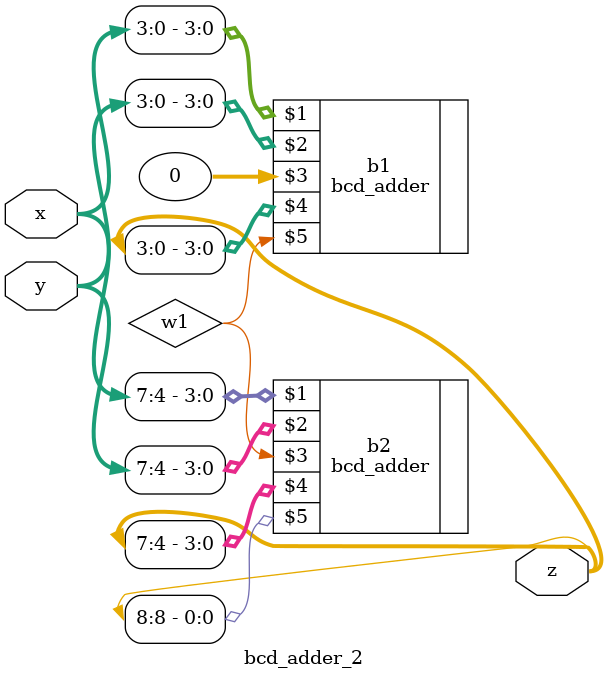
<source format=v>
`timescale 1ns / 1ps


module bcd_adder_2(output [8:0]z,input [7:0]x,y);
    wire w1,w2;
    bcd_adder b1(x[3:0],y[3:0],0,z[3:0],w1);
    bcd_adder b2(x[7:4],y[7:4],w1,z[7:4],z[8]);
endmodule

</source>
